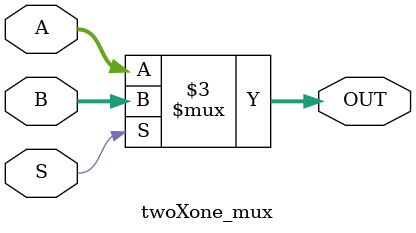
<source format=v>
`timescale 1ns / 1ps

//////////////////////////////////////////////////////////////////////////////////


module twoXone_mux (
    input [31:0]A, B,
    input S,
    output reg [31:0] OUT
);
    
    always @(A or B or S)
    begin
        OUT = (S==0)? A : B;
    end
endmodule

</source>
